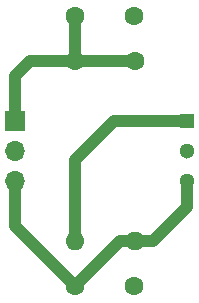
<source format=gtl>
%TF.GenerationSoftware,KiCad,Pcbnew,(6.0.6)*%
%TF.CreationDate,2022-06-23T13:21:08-07:00*%
%TF.ProjectId,A1301EUA-T_HallEffectBoard,41313330-3145-4554-912d-545f48616c6c,rev?*%
%TF.SameCoordinates,Original*%
%TF.FileFunction,Copper,L1,Top*%
%TF.FilePolarity,Positive*%
%FSLAX46Y46*%
G04 Gerber Fmt 4.6, Leading zero omitted, Abs format (unit mm)*
G04 Created by KiCad (PCBNEW (6.0.6)) date 2022-06-23 13:21:08*
%MOMM*%
%LPD*%
G01*
G04 APERTURE LIST*
%TA.AperFunction,ComponentPad*%
%ADD10C,1.600000*%
%TD*%
%TA.AperFunction,ComponentPad*%
%ADD11O,1.600000X1.600000*%
%TD*%
%TA.AperFunction,ComponentPad*%
%ADD12R,1.700000X1.700000*%
%TD*%
%TA.AperFunction,ComponentPad*%
%ADD13O,1.700000X1.700000*%
%TD*%
%TA.AperFunction,ComponentPad*%
%ADD14R,1.300000X1.300000*%
%TD*%
%TA.AperFunction,ComponentPad*%
%ADD15C,1.300000*%
%TD*%
%TA.AperFunction,Conductor*%
%ADD16C,1.000000*%
%TD*%
G04 APERTURE END LIST*
D10*
X8930000Y-25400000D03*
X13930000Y-25400000D03*
X8890000Y-6350000D03*
D11*
X8890000Y-21590000D03*
D10*
X13970000Y-6350000D03*
D11*
X13970000Y-21590000D03*
D10*
X8890000Y-2540000D03*
X13890000Y-2540000D03*
D12*
X3810000Y-11430000D03*
D13*
X3810000Y-13970000D03*
X3810000Y-16510000D03*
D14*
X18389600Y-11430000D03*
D15*
X18389600Y-13970000D03*
X18389600Y-16510000D03*
D16*
X18389600Y-18694400D02*
X18389600Y-16510000D01*
X15494000Y-21590000D02*
X18389600Y-18694400D01*
X13970000Y-21590000D02*
X15494000Y-21590000D01*
X12192000Y-11430000D02*
X18389600Y-11430000D01*
X8890000Y-14732000D02*
X12192000Y-11430000D01*
X8890000Y-21590000D02*
X8890000Y-14732000D01*
X8930000Y-25400000D02*
X3810000Y-20280000D01*
X3810000Y-20280000D02*
X3810000Y-16510000D01*
X12740000Y-21590000D02*
X8930000Y-25400000D01*
X13970000Y-21590000D02*
X12740000Y-21590000D01*
X8890000Y-6350000D02*
X13970000Y-6350000D01*
X8890000Y-6350000D02*
X5080000Y-6350000D01*
X3810000Y-7620000D02*
X3810000Y-11430000D01*
X5080000Y-6350000D02*
X3810000Y-7620000D01*
X8890000Y-6350000D02*
X8890000Y-2540000D01*
M02*

</source>
